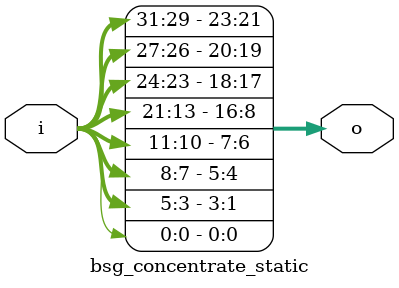
<source format=v>


module top
(
  i,
  o
);

  input [31:0] i;
  output [23:0] o;

  bsg_concentrate_static
  wrapper
  (
    .i(i),
    .o(o)
  );


endmodule



module bsg_concentrate_static
(
  i,
  o
);

  input [31:0] i;
  output [23:0] o;
  wire [23:0] o;
  assign o[23] = i[31];
  assign o[22] = i[30];
  assign o[21] = i[29];
  assign o[20] = i[27];
  assign o[19] = i[26];
  assign o[18] = i[24];
  assign o[17] = i[23];
  assign o[16] = i[21];
  assign o[15] = i[20];
  assign o[14] = i[19];
  assign o[13] = i[18];
  assign o[12] = i[17];
  assign o[11] = i[16];
  assign o[10] = i[15];
  assign o[9] = i[14];
  assign o[8] = i[13];
  assign o[7] = i[11];
  assign o[6] = i[10];
  assign o[5] = i[8];
  assign o[4] = i[7];
  assign o[3] = i[5];
  assign o[2] = i[4];
  assign o[1] = i[3];
  assign o[0] = i[0];

endmodule


</source>
